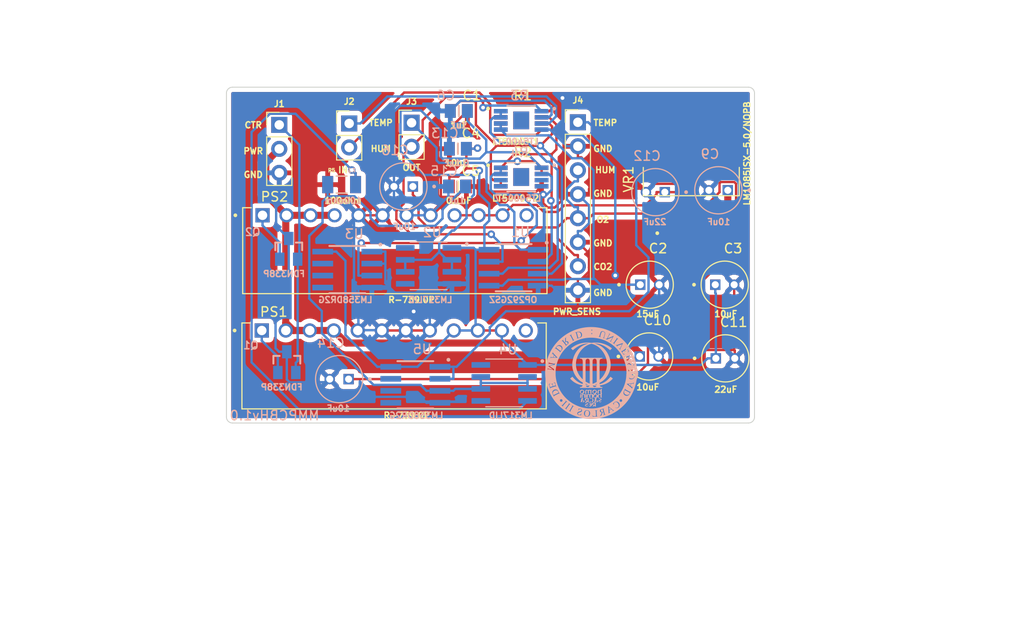
<source format=kicad_pcb>
(kicad_pcb (version 20211014) (generator pcbnew)
  (title_block (title "PCB Acondicionamiento Sensores Hojas") (date "2023-06-11") (company "UC3M"))
  (layers (0 "F.Cu" signal) (31 "B.Cu" signal) (34 "B.Paste" user) (35 "F.Paste" user) (36 "B.SilkS" user "B.Silkscreen") (37 "F.SilkS" user "F.Silkscreen") (38 "B.Mask" user) (39 "F.Mask" user) (44 "Edge.Cuts" user))
  (net 0 "")
  (net 1 "AUX+_TEMPERATURE")
  (net 2 "GND")
  (net 3 "AUX+_HUMIDITY")
  (net 4 "9V")
  (net 5 "0.25V")
  (net 6 "IN_TEMPERATURE")
  (net 7 "IN_HUMIDITY")
  (net 8 "OUT_TEMPERATURE")
  (net 9 "OUT_HUMIDITY")
  (net 10 "Net-(R1-Pad1)")
  (net 11 "Net-(R1-Pad3)")
  (net 12 "AUX-_TEMPERATURE")
  (net 13 "AUX-_HUMIDITY")
  (net 18 "Net-(R4-Pad7)")
  (net 19 "Net-(C6-Pad1)")
  (net 20 "PWR")
  (net 21 "Net-(C12-PadP)")
  (net 22 "Net-(C15-Pad1)")
  (net 23 "CTR")
  (net 24 "PWR_TEMP")
  (net 25 "Net-(PS1-Pad1)")
  (net 27 "Net-(PS2-Pad1)")
  (net 29 "Net-(R5-Pad2)")
  (net 37 "PWR_CO2")
  (footprint "CL21B103KBANNNC:CAPC2012X140N" (layer "F.Cu") (at 130 73)
    (fp_text reference "C1")
    (fp_text value "CL21B103KBANNNC")
  )
  (footprint "EEUFC1H150:CAPPRD200W50D500H1100" (layer "F.Cu") (at 150.1375 99)
    (fp_text reference "C10")
    (fp_text value "EEUFC1H150")
  )
  (footprint "EEUFC1H150:CAPPRD200W50D500H1100" (layer "F.Cu") (at 158.2 99.2)
    (fp_text reference "C11")
    (fp_text value "EEUFC1H150")
  )
  (footprint "EEUFC1H150:CAPPRD200W50D500H1100" (layer "F.Cu") (at 158.1375 91.4)
    (fp_text reference "C3")
    (fp_text value "EEUFC1H150")
  )
  (footprint "Connector_PinHeader_2.54mm:PinHeader_1x02_P2.54mm_Vertical" (layer "F.Cu") (at 125 74.25)
    (fp_text reference "J3")
    (fp_text value "Conn_01x02" hide)
  )
  (footprint "Connector_PinHeader_2.54mm:PinHeader_1x03_P2.54mm_Vertical" (layer "F.Cu") (at 111 74.475)
    (fp_text reference "J1")
    (fp_text value "Conn_01x03" hide)
  )
  (footprint "LT5400BCMS8E-6_PBF:SOP65P490X110-9N" (layer "F.Cu") (at 136.6 74)
    (fp_text reference "R1")
    (fp_text value "LT5400BCMS8E-6#PBF")
  )
  (footprint "Connector_PinHeader_2.54mm:PinHeader_1x02_P2.54mm_Vertical" (layer "F.Cu") (at 118.4 74.325)
    (fp_text reference "J2")
    (fp_text value "Conn_01x02" hide)
  )
  (footprint "CL21B103KBANNNC:CAPC2012X140N" (layer "F.Cu") (at 129.9 77)
    (fp_text reference "C4")
    (fp_text value "CL21B103KBANNNC")
  )
  (footprint "RG3216P-1000-B-T1:RESC3216X50N" (layer "F.Cu") (at 117.6 80.8)
    (fp_text reference "R5")
    (fp_text value "RG3216P-1000-B-T1")
  )
  (footprint "Connector_PinHeader_2.54mm:PinHeader_1x08_P2.54mm_Vertical" (layer "F.Cu") (at 142.6 74.2)
    (fp_text reference "J4")
    (fp_text value "Conn_01x08" hide)
  )
  (footprint "CL21B103KBANNNC:CAPC2012X140N" (layer "F.Cu") (at 129.9 81)
    (fp_text reference "C5")
    (fp_text value "CL21B103KBANNNC")
  )
  (footprint "LM1085ISX-5.0_NOPB:TO254P1435X464-4N" (layer "F.Cu") (at 154.6 79.4 90)
    (fp_text reference "VR1")
    (fp_text value "LM1085ISX-5.0/NOPB")
  )
  (footprint "LT5400BCMS8E-6_PBF:SOP65P490X110-9N" (layer "F.Cu") (at 136.6 80)
    (fp_text reference "R2")
    (fp_text value "LT5400BCMS8E-6#PBF")
  )
  (footprint "EEUFC1H150:CAPPRD200W50D500H1100" (layer "F.Cu") (at 150.2 91.4)
    (fp_text reference "C2")
    (fp_text value "EEUFC1H150")
  )
  (footprint "R-739.0P:CONV_R-739.0P" (layer "F.Cu") (at 123.2 87.8)
    (fp_text reference "PS2")
    (fp_text value "R-739.0P")
  )
  (footprint "R-739.0P:CONV_R-739.0P" (layer "F.Cu") (at 123.12 100)
    (fp_text reference "PS1")
    (fp_text value "R-739.0P")
  )
  (footprint "LM317LID:SOIC127P599X175-8N" (layer "B.Cu") (at 134.8 101.8 180)
    (fp_text reference "U4")
    (fp_text value "LM317LID")
  )
  (footprint "CL21B103KBANNNC:CAPC2012X140N" (layer "B.Cu") (at 129.9 77 180)
    (fp_text reference "C13")
    (fp_text value "CL21B103KBANNNC")
  )
  (footprint "LM358DR2G:SOIC127P600X175-8N" (layer "B.Cu") (at 135.8 89.6 180)
    (fp_text reference "U1")
    (fp_text value "OP292GSZ-REEL")
  )
  (footprint "LT5400BCMS8E-6_PBF:SOP65P490X110-9N" (layer "B.Cu") (at 136.6 74 180)
    (fp_text reference "R3")
    (fp_text value "LT5400BCMS8E-6#PBF")
  )
  (footprint "LM358DR2G:SOIC127P600X175-8N" (layer "B.Cu") (at 118.2 89.8 180)
    (fp_text reference "U3")
    (fp_text value "LM358DR2G")
  )
  (footprint "EEUFC1H150:CAPPRD200W50D500H1100" (layer "B.Cu") (at 117.3375 101.4 180)
    (fp_text reference "C14")
    (fp_text value "EEUFC1H150")
  )
  (footprint "EEUFC1H150:CAPPRD200W50D500H1100" (layer "B.Cu") (at 150.8 81.6 180)
    (fp_text reference "C12")
    (fp_text value "EEUFC1H150")
  )
  (footprint "Logo:Logo2" (layer "B.Cu") (at 144 100.75 180)
    (fp_text reference "G")
    (fp_text value "L" hide)
  )
  (footprint "FDN338P:SSOT-3" (layer "B.Cu") (at 112 87.6 180)
    (fp_text reference "Q2")
    (fp_text value "FDN338P")
  )
  (footprint "FDN338P:SSOT-3" (layer "B.Cu") (at 111.8 99.6 180)
    (fp_text reference "Q1")
    (fp_text value "FDN338P")
  )
  (footprint "LM317LID:SOIC127P599X175-8N" (layer "B.Cu") (at 126.8 89.4 180)
    (fp_text reference "U2")
    (fp_text value "LM317LID")
  )
  (footprint "RG3216P-1000-B-T1:RESC3216X50N" (layer "B.Cu") (at 117.6 80.8 180)
    (fp_text reference "R6")
    (fp_text value "RG3216P-1000-B-T1")
  )
  (footprint "EEUFC1H150:CAPPRD200W50D500H1100" (layer "B.Cu") (at 124.1375 81 180)
    (fp_text reference "C16")
    (fp_text value "EEUFC1H150")
  )
  (footprint "CL21B103KBANNNC:CAPC2012X140N" (layer "B.Cu") (at 129.8 81 180)
    (fp_text reference "C15")
    (fp_text value "CL21B103KBANNNC")
  )
  (footprint "LT5400BCMS8E-6_PBF:SOP65P490X110-9N" (layer "B.Cu") (at 136.6 80 180)
    (fp_text reference "R4")
    (fp_text value "LT5400BCMS8E-6#PBF")
  )
  (footprint "LM358DR2G:SOIC127P600X175-8N" (layer "B.Cu") (at 125.4 102 180)
    (fp_text reference "U5")
    (fp_text value "LM358DR2G")
  )
  (footprint "CL21B103KBANNNC:CAPC2012X140N" (layer "B.Cu") (at 130 73 180)
    (fp_text reference "C6")
    (fp_text value "CL21B103KBANNNC")
  )
  (footprint "EEUFC1H150:CAPPRD200W50D500H1100" (layer "B.Cu") (at 157.4625 81.4 180)
    (fp_text reference "C9")
    (fp_text value "EEUFC1H150")
  )
  (gr_arc (start 105.41 71.12) (mid 105.595987 70.670987) (end 106.045 70.485) (layer "Edge.Cuts") (width 0.1))
  (gr_line (start 106.045 106.045) (end 160.655 106.045) (layer "Edge.Cuts") (width 0.1))
  (gr_arc (start 160.655 70.485) (mid 161.104013 70.670987) (end 161.29 71.12) (layer "Edge.Cuts") (width 0.1))
  (gr_line (start 106.045 70.485) (end 160.655 70.485) (layer "Edge.Cuts") (width 0.1))
  (gr_line (start 161.29 105.41) (end 161.29 71.12) (layer "Edge.Cuts") (width 0.1))
  (gr_arc (start 161.29 105.41) (mid 161.104013 105.859013) (end 160.655 106.045) (layer "Edge.Cuts") (width 0.1))
  (gr_arc (start 106.045 106.045) (mid 105.595987 105.859013) (end 105.41 105.41) (layer "Edge.Cuts") (width 0.1))
  (gr_line (start 105.41 71.12) (end 105.41 105.41) (layer "Edge.Cuts") (width 0.1))
  (gr_text "10uF" (at 157.5 84.75) (layer "B.SilkS") (effects (font (size 0.65 0.65)) (justify mirror)))
  (gr_text "100ohm" (at 117.75 82.5) (layer "B.SilkS") (effects (font (size 0.65 0.65)) (justify mirror)))
  (gr_text "FDN338P" (at 111.5 90.25) (layer "B.SilkS") (effects (font (size 0.65 0.65)) (justify mirror)))
  (gr_text "OP292GSZ" (at 135.75 93) (layer "B.SilkS") (effects (font (size 0.65 0.65)) (justify mirror)))
  (gr_text "1uF" (at 130 74.5) (layer "B.SilkS") (effects (font (size 0.65 0.65)) (justify mirror)))
  (gr_text "10uF" (at 117.25 104.5) (layer "B.SilkS") (effects (font (size 0.65 0.65)) (justify mirror)))
  (gr_text "0.1uF" (at 129.75 78.5) (layer "B.SilkS") (effects (font (size 0.65 0.65)) (justify mirror)))
  (gr_text "1uF" (at 129.75 82.5) (layer "B.SilkS") (effects (font (size 0.65 0.65)) (justify mirror)))
  (gr_text "LT5400-7" (at 136 76.25) (layer "B.SilkS") (effects (font (size 0.65 0.65)) (justify mirror)))
  (gr_text "FDN338P" (at 111.25 102.25) (layer "B.SilkS") (effects (font (size 0.65 0.65)) (justify mirror)))
  (gr_text "22uF" (at 150.75 84.75) (layer "B.SilkS") (effects (font (size 0.65 0.65)) (justify mirror)))
  (gr_text "MMPCBHv1.0" (at 110.5 105.25) (layer "B.SilkS") (effects (font (size 1 1)) (justify mirror)))
  (gr_text "LM358DR2G" (at 118 93) (layer "B.SilkS") (effects (font (size 0.65 0.65)) (justify mirror)))
  (gr_text "LT5400-7" (at 136.25 82.25) (layer "B.SilkS") (effects (font (size 0.65 0.65)) (justify mirror)))
  (gr_text "LM317LID" (at 135.5 105.25) (layer "B.SilkS") (effects (font (size 0.65 0.65)) (justify mirror)))
  (gr_text "10uF" (at 124.25 85.25) (layer "B.SilkS") (effects (font (size 0.65 0.65)) (justify mirror)))
  (gr_text "LM358DR2G" (at 125.5 105.25) (layer "B.SilkS") (effects (font (size 0.65 0.65)) (justify mirror)))
  (gr_text "LM317LID" (at 127 93) (layer "B.SilkS") (effects (font (size 0.65 0.65)) (justify mirror)))
  (gr_text "10nF" (at 129.75 78.5) (layer "F.SilkS") (effects (font (size 0.65 0.65))))
  (gr_text "HUM" (at 121.75 77) (layer "F.SilkS") (effects (font (size 0.65 0.65))))
  (gr_text "22uF" (at 158.25 102.5) (layer "F.SilkS") (effects (font (size 0.65 0.65))))
  (gr_text "100ohm" (at 117.75 82.5) (layer "F.SilkS") (effects (font (size 0.65 0.65))))
  (gr_text "CTR" (at 108.25 74.5) (layer "F.SilkS") (effects (font (size 0.65 0.65))))
  (gr_text "CO2" (at 145.25 89.5) (layer "F.SilkS") (effects (font (size 0.65 0.65))))
  (gr_text "PWR_SENS" (at 142.5 94.25) (layer "F.SilkS") (effects (font (size 0.65 0.65))))
  (gr_text "LT5400-2" (at 136 82.25) (layer "F.SilkS") (effects (font (size 0.65 0.65))))
  (gr_text "1uF" (at 130 74.5) (layer "F.SilkS") (effects (font (size 0.65 0.65))))
  (gr_text "0.1uF" (at 130 82.5) (layer "F.SilkS") (effects (font (size 0.65 0.65))))
  (gr_text "10uF" (at 150 102.25) (layer "F.SilkS") (effects (font (size 0.65 0.65))))
  (gr_text "TEMP" (at 145.5 74.25) (layer "F.SilkS") (effects (font (size 0.65 0.65))))
  (gr_text "LM1085ISX-5.0/NOPB" (at 160.5 77.5 90) (layer "F.SilkS") (effects (font (size 0.65 0.65))))
  (gr_text "OUT" (at 125 79) (layer "F.SilkS") (effects (font (size 0.65 0.65))))
  (gr_text "HUM\n" (at 145.5 79.25) (layer "F.SilkS") (effects (font (size 0.65 0.65))))
  (gr_text "R-739.0P" (at 125 93) (layer "F.SilkS") (effects (font (size 0.65 0.65))))
  (gr_text "GND" (at 145.25 87) (layer "F.SilkS") (effects (font (size 0.65 0.65))))
  (gr_text "GND" (at 145.25 92.25) (layer "F.SilkS") (effects (font (size 0.65 0.65))))
  (gr_text "10uF" (at 158.25 94.5) (layer "F.SilkS") (effects (font (size 0.65 0.65))))
  (gr_text "15uF" (at 150 94.5) (layer "F.SilkS") (effects (font (size 0.65 0.65))))
  (gr_text "PWR" (at 108.25 77.25) (layer "F.SilkS") (effects (font (size 0.65 0.65))))
  (gr_text "R-739.0P" (at 124.5 105.25) (layer "F.SilkS") (effects (font (size 0.65 0.65))))
  (gr_text "TEMP" (at 121.75 74.25) (layer "F.SilkS") (effects (font (size 0.65 0.65))))
  (gr_text "O2\n" (at 145.25 84.5) (layer "F.SilkS") (effects (font (size 0.65 0.65))))
  (gr_text "IN" (at 117.75 79.25) (layer "F.SilkS") (effects (font (size 0.65 0.65))))
  (gr_text "GND" (at 145.25 77) (layer "F.SilkS") (effects (font (size 0.65 0.65))))
  (gr_text "LT5400-1" (at 136 76.25) (layer "F.SilkS") (effects (font (size 0.65 0.65))))
  (gr_text "GND" (at 108.25 79.75) (layer "F.SilkS") (effects (font (size 0.65 0.65))))
  (gr_text "GND" (at 145.25 81.75) (layer "F.SilkS") (effects (font (size 0.65 0.65))))
  (segment (start 131.671289 71.950489) (end 131.8083 72.0875) (width 0.25) (layer "F.Cu") (net 1))
  (segment (start 134.44 80.975) (end 134.44 80.325) (width 0.25) (layer "F.Cu") (net 1))
  (segment (start 139.8675 74.6456) (end 139.8675 75.4375) (width 0.25) (layer "F.Cu") (net 1))
  (segment (start 133.6397 80.325) (end 134.44 80.325) (width 0.25) (layer "F.Cu") (net 1))
  (segment (start 138.76 74.325) (end 139.5469 74.325) (width 0.25) (layer "F.Cu") (net 1))
  (segment (start 133.3895 77.3023) (end 133.3895 80.0748) (width 0.25) (layer "F.Cu") (net 1))
  (segment (start 129.1 73) (end 130.149511 71.950489) (width 0.25) (layer "F.Cu") (net 1))
  (segment (start 134.0084 76.6834) (end 133.3895 77.3023) (width 0.25) (layer "F.Cu") (net 1))
  (segment (start 131.8083 74.4833) (end 134.0084 76.6834) (width 0.25) (layer "F.Cu") (net 1))
  (segment (start 134.0084 76.6834) (end 138.6216 76.6834) (width 0.25) (layer "F.Cu") (net 1))
  (segment (start 131.8083 72.0875) (end 131.8083 74.4833) (width 0.25) (layer "F.Cu") (net 1))
  (segment (start 133.3895 80.0748) (end 133.6397 80.325) (width 0.25) (layer "F.Cu") (net 1))
  (segment (start 139.8675 75.4375) (end 138.6265 76.6785) (width 0.25) (layer "F.Cu") (net 1))
  (segment (start 138.6216 76.6834) (end 138.6265 76.6785) (width 0.25) (layer "F.Cu") (net 1))
  (segment (start 139.5469 74.325) (end 139.8675 74.6456) (width 0.25) (layer "F.Cu") (net 1))
  (segment (start 130.149511 71.950489) (end 131.671289 71.950489) (width 0.25) (layer "F.Cu") (net 1))
  (via (at 138.6265 76.6785) (size 0.8) (drill 0.4) (layers "F.Cu" "B.Cu") (net 1))
  (segment (start 138.4 90.235) (end 139.8253 90.235) (width 0.25) (layer "B.Cu") (net 1))
  (segment (start 140.9159 78.9679) (end 138.6265 76.6785) (width 0.25) (layer "B.Cu") (net 1))
  (segment (start 139.8253 90.235) (end 140.9159 89.1444) (width 0.25) (layer "B.Cu") (net 1))
  (segment (start 140.9159 89.1444) (end 140.9159 78.9679) (width 0.25) (layer "B.Cu") (net 1))
  (segment (start 149.7968 89.5735) (end 149.7968 89.9968) (width 0.25) (layer "F.Cu") (net 2))
  (segment (start 143.7753 81.2671) (end 143.8205 81.2219) (width 0.25) (layer "F.Cu") (net 2))
  (segment (start 143.7753 81.82) (end 143.7753 81.2671) (width 0.25) (layer "F.Cu") (net 2))
  (segment (start 129 77) (end 128.0997 77) (width 0.25) (layer "F.Cu") (net 2))
  (segment (start 119.39 84.05) (end 121.93 84.05) (width 0.25) (layer "F.Cu") (net 2))
  (segment (start 143.8205 81.2219) (end 149.4219 81.2219) (width 0.25) (layer "F.Cu") (net 2))
  (segment (start 152.06 85.59) (end 152.06 87.3103) (width 0.25) (layer "F.Cu") (net 2))
  (segment (start 128.0996 82.1013) (end 128.0997 82.1013) (width 0.25) (layer "F.Cu") (net 2))
  (segment (start 138.76 80.975) (end 138.76 80.325) (width 0.25) (layer "F.Cu") (net 2))
  (segment (start 149.7968 89.9968) (end 151.2 91.4) (width 0.25) (layer "F.Cu") (net 2))
  (segment (start 138.9367 82.7683) (end 139.3989 83.2305) (width 0.25) (layer "F.Cu") (net 2))
  (segment (start 138.9367 81.8525) (end 138.9367 82.7683) (width 0.25) (layer "F.Cu") (net 2))
  (segment (start 127.01 84.05) (end 128.0996 82.9604) (width 0.25) (layer "F.Cu") (net 2))
  (segment (start 132.2408 81.5405) (end 138.1945 81.5405) (width 0.25) (layer "F.Cu") (net 2))
  (segment (start 116.125 80.8) (end 117.0303 80.8) (width 0.25) (layer "F.Cu") (net 2))
  (segment (start 142.6 90.8047) (end 142.9673 90.8047) (width 0.25) (layer "F.Cu") (net 2))
  (segment (start 150.681 80.719) (end 155.7815 80.719) (width 0.25) (layer "F.Cu") (net 2))
  (segment (start 128.0996 82.9604) (end 128.0996 82.1013) (width 0.25) (layer "F.Cu") (net 2))
  (segment (start 142.6 91.98) (end 142.6 90.8047) (width 0.25) (layer "F.Cu") (net 2))
  (segment (start 152.06 87.3103) (end 149.7968 89.5735) (width 0.25) (layer "F.Cu") (net 2))
  (segment (start 159.2 99.2) (end 159.2 98.3784) (width 0.25) (layer "F.Cu") (net 2))
  (segment (start 131.7003 81) (end 132.2408 81.5405) (width 0.25) (layer "F.Cu") (net 2))
  (segment (start 128.0997 82.1013) (end 128.0997 77) (width 0.25) (layer "F.Cu") (net 2))
  (segment (start 119.39 84.05) (end 119.39 83.1597) (width 0.25) (layer "F.Cu") (net 2))
  (segment (start 143.7754 89.5735) (end 149.7968 89.5735) (width 0.25) (layer "F.Cu") (net 2))
  (segment (start 142.6 76.74) (end 142.6 77.9153) (width 0.25) (layer "F.Cu") (net 2))
  (segment (start 149.4219 81.2219) (end 149.8 81.6) (width 0.25) (layer "F.Cu") (net 2))
  (segment (start 143.7754 89.9966) (end 143.7754 89.5735) (width 0.25) (layer "F.Cu") (net 2))
  (segment (start 142.9673 77.9153) (end 142.6 77.9153) (width 0.25) (layer "F.Cu") (net 2))
  (segment (start 142.6 81.82) (end 143.7753 81.82) (width 0.25) (layer "F.Cu") (net 2))
  (segment (start 138.4096 81.3254) (end 138.9367 81.8525) (width 0.25) (layer "F.Cu") (net 2))
  (segment (start 151.8216 98.3159) (end 151.1375 99) (width 0.25) (layer "F.Cu") (net 2))
  (segment (start 130.8 81) (end 131.7003 81) (width 0.25) (layer "F.Cu") (net 2))
  (segment (start 141.4247 81.9543) (end 141.4247 81.82) (width 0.25) (layer "F.Cu") (net 2))
  (segment (start 124.39 96.25) (end 121.85 96.25) (width 0.25) (layer "F.Cu") (net 2))
  (segment (start 111 79.555) (end 112.1753 79.555) (width 0.25) (layer "F.Cu") (net 2))
  (segment (start 142.9673 90.8047) (end 143.7754 89.9966) (width 0.25) (layer "F.Cu") (net 2))
  (segment (start 143.7754 88.0754) (end 142.6 86.9) (width 0.25) (layer "F.Cu") (net 2))
  (segment (start 130.9 73) (end 129 74.9) (width 0.25) (layer "F.Cu") (net 2))
  (segment (start 113.4203 80.8) (end 116.125 80.8) (width 0.25) (layer "F.Cu") (net 2))
  (segment (start 159.1375 98.3159) (end 151.8216 98.3159) (width 0.25) (layer "F.Cu") (net 2))
  (segment (start 128.0997 82.1013) (end 129.6987 82.1013) (width 0.25) (layer "F.Cu") (net 2))
  (segment (start 142.6 81.82) (end 141.4247 81.82) (width 0.25) (layer "F.Cu") (net 2))
  (segment (start 143.7754 89.5735) (end 143.7754 88.0754) (width 0.25) (layer "F.Cu") (net 2))
  (segment (start 138.1945 81.5405) (end 138.4096 81.3254) (width 0.25) (layer "F.Cu") (net 2))
  (segment (start 129 74.9) (end 129 77) (width 0.25) (layer "F.Cu") (net 2))
  (segment (start 159.1375 91.4) (end 159.1375 98.3159) (width 0.25) (layer "F.Cu") (net 2))
  (segment (start 139.3989 83.2305) (end 140.1485 83.2305) (width 0.25) (layer "F.Cu") (net 2))
  (segment (start 138.4096 81.3254) (end 138.76 80.975) (width 0.25) (layer "F.Cu") (net 2))
  (segment (start 112.1753 79.555) (end 113.4203 80.8) (width 0.25) (layer "F.Cu") (net 2))
  (segment (start 159.2 98.3784) (end 159.1375 98.3159) (width 0.25) (layer "F.Cu") (net 2))
  (segment (start 143.8205 78.7685) (end 142.9673 77.9153) (width 0.25) (layer "F.Cu") (net 2))
  (segment (start 129.6987 82.1013) (end 130.8 81) (width 0.25) (layer "F.Cu") (net 2))
  (segment (start 149.8 81.6) (end 150.681 80.719) (width 0.25) (layer "F.Cu") (net 2))
  (segment (start 124.39 96.25) (end 126.93 96.25) (width 0.25) (layer "F.Cu") (net 2))
  (segment (start 155.7815 80.719) (end 156.4625 81.4) (width 0.25) (layer "F.Cu") (net 2))
  (segment (start 119.39 83.1597) (end 117.0303 80.8) (width 0.25) (layer "F.Cu") (net 2))
  (segment (start 143.8205 81.2219) (end 143.8205 78.7685) (width 0.25) (layer "F.Cu") (net 2))
  (segment (start 140.1485 83.2305) (end 141.4247 81.9543) (width 0.25) (layer "F.Cu") (net 2))
  (via (at 138.9367 81.8525) (size 0.8) (drill 0.4) (layers "F.Cu" "B.Cu") (net 2))
  (segment (start 110.608 92.8079) (end 112 91.4159) (width 0.25) (layer "B.Cu") (net 2))
  (segment (start 139.5236 79.675) (end 139.8419 79.9933) (width 0.25) (layer "B.Cu") (net 2))
  (segment (start 126.93 96.25) (end 126.93 93.645) (width 0.25) (layer "B.Cu") (net 2))
  (segment (start 112.0906 101.7254) (end 111.8 101.4348) (width 0.25) (layer "B.Cu") (net 2))
  (segment (start 138.76 73.675) (end 139.5294 73.675) (width 0.25) (layer "B.Cu") (net 2))
  (segment (start 139.8419 81.3314) (end 139.3208 81.8525) (width 0.25) (layer "B.Cu") (net 2))
  (segment (start 121.93 84.05) (end 123.1375 82.8425) (width 0.25) (layer "B.Cu") (net 2))
  (segment (start 121.8176 96.2176) (end 121.85 96.25) (width 0.25) (layer "B.Cu") (net 2))
  (segment (start 143.7831 83.0031) (end 143.7831 84.8872) (width 0.25) (layer "B.Cu") (net 2))
  (segment (start 139.3208 81.8525) (end 138.9367 81.8525) (width 0.25) (layer "B.Cu") (net 2))
  (segment (start 129.1 73) (end 128.1997 73) (width 0.25) (layer "B.Cu") (net 2))
  (segment (start 119.31 96.25) (end 119.3424 96.2176) (width 0.25) (layer "B.Cu") (net 2))
  (segment (start 129 77) (end 129 75.9497) (width 0.25) (layer "B.Cu") (net 2))
  (segment (start 129.1 73.5251) (end 129.1 73) (width 0.25) (layer "B.Cu") (net 2))
  (segment (start 110.6703 85.1703) (end 112 86.5) (width 0.25) (layer "B.Cu") (net 2))
  (segment (start 125.9494 103.2797) (end 126.5747 103.905) (width 0.25) (layer "B.Cu") (net 2))
  (segment (start 123.1375 82.8425) (end 123.1375 81) (width 0.25) (layer "B.Cu") (net 2))
  (segment (start 128.9 81.5251) (end 128.9 81) (width 0.25) (layer "B.Cu") (net 2))
  (segment (start 119.3424 96.2176) (end 119.3747 96.2176) (width 0.25) (layer "B.Cu") (net 2))
  (segment (start 142.9456 85.7247) (end 142.6 85.7247) (width 0.25) (layer "B.Cu") (net 2))
  (segment (start 127.01 84.05) (end 127.01 83.9403) (width 0.25) (layer "B.Cu") (net 2))
  (segment (start 141.4247 76.74) (end 139.6597 74.975) (width 0.25) (layer "B.Cu") (net 2))
  (segment (start 127.6492 72.4495) (end 128.1997 73) (width 0.25) (layer "B.Cu") (net 2))
  (segment (start 123.7842 72.4495) (end 127.6492 72.4495) (width 0.25) (layer "B.Cu") (net 2))
  (segment (start 118.2172 103.2797) (end 125.9494 103.2797) (width 0.25) (layer "B.Cu") (net 2))
  (segment (start 129.1 75.8497) (end 129.1 74.0503) (width 0.25) (layer "B.Cu") (net 2))
  (segment (start 139.8419 79.9933) (end 139.8419 81.3314) (width 0.25) (layer "B.Cu") (net 2))
  (segment (start 139.8105 73.3939) (end 139.8105 72.6549) (width 0.25) (layer "B.Cu") (net 2))
  (segment (start 118.9107 84.5293) (end 118.9107 91.241) (width 0.25) (layer "B.Cu") (net 2))
  (segment (start 116.0121 101.7254) (end 112.0906 101.7254) (width 0.25) (layer "B.Cu") (net 2))
  (segment (start 138.4 91.505) (end 139.8253 91.505) (width 0.25) (layer "B.Cu") (net 2))
  (segment (start 129 75.9497) (end 129.1 75.8497) (width 0.25) (layer "B.Cu") (net 2))
  (segment (start 110.9747 98.5) (end 110.608 98.1333) (width 0.25) (layer "B.Cu") (net 2))
  (segment (start 119.3747 96.2176) (end 121.8176 96.2176) (width 0.25) (layer "B.Cu") (net 2))
  (segment (start 123.1375 73.0962) (end 123.7842 72.4495) (width 0.25) (layer "B.Cu") (net 2))
  (segment (start 126.93 93.645) (end 129.27 91.305) (width 0.25) (layer "B.Cu") (net 2))
  (segment (start 123.1375 81) (end 123.1375 73.0962) (width 0.25) (layer "B.Cu") (net 2))
  (segment (start 111 79.555) (end 111 80.7303) (width 0.25) (layer "B.Cu") (net 2))
  (segment (start 129.1 73.5251) (end 129.1 74.0503) (width 0.25) (layer "B.Cu") (net 2))
  (segment (start 124.345 84.05) (end 123.1375 82.8425) (width 0.25) (layer "B.Cu") (net 2))
  (segment (start 151.2 91.4) (end 151.2 98.9375) (width 0.25) (layer "B.Cu") (net 2))
  (segment (start 143.7831 84.8872) (end 142.9456 85.7247) (width 0.25) (layer "B.Cu") (net 2))
  (segment (start 139.6597 74.975) (end 138.76 74.975) (width 0.25) (layer "B.Cu") (net 2))
  (segment (start 116.3375 101.4) (end 116.0121 101.7254) (width 0.25) (layer "B.Cu") (net 2))
  (segment (start 151.2 98.9375) (end 151.1375 99) (width 0.25) (layer "B.Cu") (net 2))
  (segment (start 111.8 98.5) (end 110.9747 98.5) (width 0.25) (layer "B.Cu") (net 2))
  (segment (start 119.39 84.05) (end 118.9107 84.5293) (width 0.25) (layer "B.Cu") (net 2))
  (segment (start 124.47 84.05) (end 124.345 84.05) (width 0.25) (layer "B.Cu") (net 2))
  (segment (start 111 80.7303) (end 110.6703 81.06) (width 0.25) (layer "B.Cu") (net 2))
  (segment (start 139.0732 71.9176) (end 130.1824 71.9176) (width 0.25) (layer "B.Cu") (net 2))
  (segment (start 139.8105 72.6549) (end 139.0732 71.9176) (width 0.25) (layer "B.Cu") (net 2))
  (segment (start 127.01 84.05) (end 124.47 84.05) (width 0.25) (layer "B.Cu") (net 2))
  (segment (start 139.5294 73.675) (end 139.8105 73.3939) (width 0.25) (layer "B.Cu") (net 2))
  (segment (start 142.6 86.9) (end 142.6 85.7247) (width 0.25) (layer "B.Cu") (net 2))
  (segment (start 142.6 76.74) (end 141.4247 76.74) (width 0.25) (layer "B.Cu") (net 2))
  (segment (start 119.3747 96.2176) (end 119.3747 91.705) (width 0.25) (layer "B.Cu") (net 2))
  (segment (start 120.8 91.705) (end 119.3747 91.705) (width 0.25) (layer "B.Cu") (net 2))
  (segment (start 142.6 81.82) (end 143.7831 83.0031) (width 0.25) (layer "B.Cu") (net 2))
  (segment (start 128 103.905) (end 126.5747 103.905) (width 0.25) (layer "B.Cu") (net 2))
  (segment (start 110.608 98.1333) (end 110.608 92.8079) (width 0.25) (layer "B.Cu") (net 2))
  (segment (start 128.9 81.5251) (end 128.9 82.0503) (width 0.25) (layer "B.Cu") (net 2))
  (segment (start 127.01 83.9403) (end 128.9 82.0503) (width 0.25) (layer "B.Cu") (net 2))
  (segment (start 140.3003 91.98) (end 139.8253 91.505) (width 0.25) (layer "B.Cu") (net 2))
  (segment (start 118.9107 91.241) (end 119.3747 91.705) (width 0.25) (layer "B.Cu") (net 2))
  (segment (start 116.3375 101.4) (end 118.2172 103.2797) (width 0.25) (layer "B.Cu") (net 2))
  (segment (start 111.8 101.4348) (end 111.8 98.5) (width 0.25) (layer "B.Cu") (net 2))
  (segment (start 130.1824 71.9176) (end 129.1 73) (width 0.25) (layer "B.Cu") (net 2))
  (segment (start 112 91.4159) (end 112 86.5) (width 0.25) (layer "B.Cu") (net 2))
  (segment (start 110.6703 81.06) (end 110.6703 85.1703) (width 0.25) (layer "B.Cu") (net 2))
  (segment (start 138.76 79.675) (end 139.5236 79.675) (width 0.25) (layer "B.Cu") (net 2))
  (segment (start 142.6 91.98) (end 140.3003 91.98) (width 0.25) (layer "B.Cu") (net 2))
  (segment (start 133.2 91.505) (end 134.6253 91.505) (width 0.25) (layer "B.Cu") (net 3))
  (segment (start 141.0814 90.8797) (end 135.2506 90.8797) (width 0.25) (layer "B.Cu") (net 3))
  (segment (start 149.2 91.4) (end 144.994 91.4) (width 0.25) (layer "B.Cu") (net 3))
  (segment (start 144.391 90.797) (end 144.2583 90.797) (width 0.25) (layer "B.Cu") (net 3))
  (segment (start 141.1641 90.797) (end 141.0814 90.8797) (width 0.25) (layer "B.Cu") (net 3))
  (segment (start 135.0525 75.5875) (end 139.5473 75.5875) (width 0.25) (layer "B.Cu") (net 3))
  (segment (start 141.9698 78.01) (end 143.0038 78.01) (width 0.25) (layer "B.Cu") (net 3))
  (segment (start 134.44 74.325) (end 134.44 74.975) (width 0.25) (layer "B.Cu") (net 3))
  (segment (start 135.2506 90.8797) (end 134.6253 91.505) (width 0.25) (layer "B.Cu") (net 3))
  (segment (start 143.0038 78.01) (end 144.2583 79.2645) (width 0.25) (layer "B.Cu") (net 3))
  (segment (start 134.44 74.975) (end 135.0525 75.5875) (width 0.25) (layer "B.Cu") (net 3))
  (segment (start 144.994 91.4) (end 144.391 90.797) (width 0.25) (layer "B.Cu") (net 3))
  (segment (start 144.2583 79.2645) (end 144.2583 90.797) (width 0.25) (layer "B.Cu") (net 3))
  (segment (start 144.2583 90.797) (end 141.1641 90.797) (width 0.25) (layer "B.Cu") (net 3))
  (segment (start 139.5473 75.5875) (end 141.9698 78.01) (width 0.25) (layer "B.Cu") (net 3))
  (segment (start 130.8 79.0898) (end 130.8 77) (width 0.25) (layer "F.Cu") (net 4))
  (segment (start 130.8 77) (end 131.9153 77) (width 0.25) (layer "F.Cu") (net 4))
  (segment (start 131.9153 77) (end 131.9781 76.9372) (width 0.25) (layer "F.Cu") (net 4))
  (segment (start 129 81) (end 129 79.9497) (width 0.25) (layer "F.Cu") (net 4))
  (segment (start 134.55 96.25) (end 132.01 96.25) (width 0.25) (layer "F.Cu") (net 4))
  (segment (start 131.9383 79.0898) (end 132.1647 79.3162) (width 0.25) (layer "F.Cu") (net 4))
  (segment (start 129.9401 79.9497) (end 130.8 79.0898) (width 0.25) (layer "F.Cu") (net 4))
  (segment (start 129 79.9497) (end 129.9401 79.9497) (width 0.25) (layer "F.Cu") (net 4))
  (segment (start 130.8 79.0898) (end 131.9383 79.0898) (width 0.25) (layer "F.Cu") (net 4))
  (via (at 131.9781 76.9372) (size 0.8) (drill 0.4) (layers "F.Cu" "B.Cu") (net 4))
  (via (at 132.1647 79.3162) (size 0.8) (drill 0.4) (layers "F.Cu" "B.Cu") (net 4))
  (segment (start 155.6297 99.895) (end 156.3247 99.2) (width 0.25) (layer "B.Cu") (net 4))
  (segment (start 131.7747 96.0147) (end 131.7747 87.695) (width 0.25) (layer "B.Cu") (net 4))
  (segment (start 132.1647 81.7852) (end 132.1647 79.3162) (width 0.25) (layer "B.Cu") (net 4))
  (segment (start 122.8 100.095) (end 121.3747 100.095) (width 0.25) (layer "B.Cu") (net 4))
  (segment (start 118.0054 88.8751) (end 117.0253 87.895) (width 0.25) (layer "B.Cu") (net 4))
  (segment (start 131.7747 96.0147) (end 131.5394 96.25) (width 0.25) (layer "B.Cu") (net 4))
  (segment (start 132.7057 85.1294) (end 133.2142 84.6209) (width 0.25) (layer "B.Cu") (net 4))
  (segment (start 131.5394 96.25) (end 129.47 96.25) (width 0.25) (layer "B.Cu") (net 4))
  (segment (start 133.2142 82.8347) (end 132.1647 81.7852) (width 0.25) (layer "B.Cu") (net 4))
  (segment (start 131.7003 77) (end 131.9153 77) (width 0.25) (layer "B.Cu") (net 4))
  (segment (start 129.27 87.495) (end 131.5747 87.495) (width 0.25) (layer "B.Cu") (net 4))
  (segment (start 121.3747 100.095) (end 118.0054 96.7257) (width 0.25) (layer "B.Cu") (net 4))
  (segment (start 133.2142 84.6209) (end 133.2142 82.8347) (width 0.25) (layer "B.Cu") (net 4))
  (segment (start 132.01 96.25) (end 131.7747 96.0147) (width 0.25) (layer "B.Cu") (net 4))
  (segment (start 157.2 99.2) (end 156.3247 99.2) (width 0.25) (layer "B.Cu") (net 4))
  (segment (start 157.1375 91.4) (end 157.1375 92.2753) (width 0.25) (layer "B.Cu") (net 4))
  (segment (start 157.2 92.3378) (end 157.2 99.2) (width 0.25) (layer "B.Cu") (net 4))
  (segment (start 131.9153 77) (end 131.9781 76.9372) (width 0.25) (layer "B.Cu") (net 4))
  (segment (start 134.55 96.25) (end 134.55 97.175) (width 0.25) (layer "B.Cu") (net 4))
  (segment (start 115.6 87.895) (end 117.0253 87.895) (width 0.25) (layer "B.Cu") (net 4))
  (segment (start 125.625 100.095) (end 122.8 100.095) (width 0.25) (layer "B.Cu") (net 4))
  (segment (start 134.55 97.175) (end 137.27 99.895) (width 0.25) (layer "B.Cu") (net 4))
  (segment (start 132.7057 87.695) (end 132.7057 85.1294) (width 0.25) (layer "B.Cu") (net 4))
  (segment (start 118.0054 96.7257) (end 118.0054 88.8751) (width 0.25) (layer "B.Cu") (net 4))
  (segment (start 130.8 77) (end 131.7003 77) (width 0.25) (layer "B.Cu") (net 4))
  (segment (start 131.5747 87.495) (end 131.7747 87.695) (width 0.25) (layer "B.Cu") (net 4))
  (segment (start 137.27 99.895) (end 155.6297 99.895) (width 0.25) (layer "B.Cu") (net 4))
  (segment (start 133.2 87.695) (end 132.7057 87.695) (width 0.25) (layer "B.Cu") (net 4))
  (segment (start 129.47 96.25) (end 125.625 100.095) (width 0.25) (layer "B.Cu") (net 4))
  (segment (start 132.7057 87.695) (end 131.7747 87.695) (width 0.25) (layer "B.Cu") (net 4))
  (segment (start 157.1375 92.2753) (end 157.2 92.3378) (width 0.25) (layer "B.Cu") (net 4))
  (segment (start 139.573 73.025) (end 138.76 73.025) (width 0.25) (layer "F.Cu") (net 5))
  (segment (start 140.97 71.628) (end 139.573 73.025) (width 0.25) (layer "F.Cu") (net 5))
  (segment (start 142.748 94.234) (end 146.558 90.424) (width 0.25) (layer "F.Cu") (net 5))
  (segment (start 125.222 94.234) (end 142.748 94.234) (width 0.25) (layer "F.Cu") (net 5))
  (via (at 140.97 71.628) (size 0.8) (drill 0.4) (layers "F.Cu" "B.Cu") (net 5))
  (via (at 125.222 94.234) (size 0.8) (drill 0.4) (layers "F.Cu" "B.Cu") (net 5))
  (via (at 146.558 90.424) (size 0.8) (drill 0.4) (layers "F.Cu" "B.Cu") (net 5))
  (segment (start 122.2253 89.165) (end 122.2253 91.2373) (width 0.25) (layer "B.Cu") (net 5))
  (segment (start 140.97 74.919022) (end 140.97 71.628) (width 0.25) (layer "B.Cu") (net 5))
  (segment (start 146.558 90.424) (end 146.558 79.03699) (width 0.25) (layer "B.Cu") (net 5))
  (segment (start 122.2253 91.2373) (end 125.222 94.234) (width 0.25) (layer "B.Cu") (net 5))
  (segment (start 146.558 79.03699) (end 143.086499 75.565489) (width 0.25) (layer "B.Cu") (net 5))
  (segment (start 143.086499 75.565489) (end 141.616467 75.565489) (width 0.25) (layer "B.Cu") (net 5))
  (segment (start 120.8 87.895) (end 122.2253 87.895) (width 0.25) (layer "B.Cu") (net 5))
  (segment (start 141.616467 75.565489) (end 140.97 74.919022) (width 0.25) (layer "B.Cu") (net 5))
  (segment (start 120.8 89.165) (end 122.2253 89.165) (width 0.25) (layer "B.Cu") (net 5))
  (segment (start 122.2253 87.895) (end 122.2253 89.165) (width 0.25) (layer "B.Cu") (net 5))
  (segment (start 124.21451 71.05049) (end 132.17092 71.05049) (width 0.25) (layer "F.Cu") (net 6))
  (segment (start 133.012511 71.892081) (end 133.012511 71.979711) (width 0.25) (layer "F.Cu") (net 6))
  (segment (start 133.3176 75.2689) (end 133.5895 75.5408) (width 0.25) (layer "F.Cu") (net 6))
  (segment (start 118.4 76.865) (end 124.21451 71.05049) (width 0.25) (layer "F.Cu") (net 6))
  (segment (start 138.1942 75.5408) (end 138.76 74.975) (width 0.25) (layer "F.Cu") (net 6))
  (segment (start 133.012511 71.979711) (end 133.3176 72.2848) (width 0.25) (layer "F.Cu") (net 6))
  (segment (start 133.3176 72.2848) (end 133.3176 75.2689) (width 0.25) (layer "F.Cu") (net 6))
  (segment (start 132.17092 71.05049) (end 133.012511 71.892081) (width 0.25) (layer "F.Cu") (net 6))
  (segment (start 133.5895 75.5408) (end 138.1942 75.5408) (width 0.25) (layer "F.Cu") (net 6))
  (segment (start 122.4344 71.4659) (end 139.2743 71.4659) (width 0.25) (layer "B.Cu") (net 7))
  (segment (start 119.5753 74.325) (end 122.4344 71.4659) (width 0.25) (layer "B.Cu") (net 7))
  (segment (start 139.5454 74.325) (end 138.76 74.325) (width 0.25) (layer "B.Cu") (net 7))
  (segment (start 140.2882 73.5822) (end 139.5454 74.325) (width 0.25) (layer "B.Cu") (net 7))
  (segment (start 139.2743 71.4659) (end 140.2882 72.4798) (width 0.25) (layer "B.Cu") (net 7))
  (segment (start 140.2882 72.4798) (end 140.2882 73.5822) (width 0.25) (layer "B.Cu") (net 7))
  (segment (start 118.4 74.325) (end 119.5753 74.325) (width 0.25) (layer "B.Cu") (net 7))
  (segment (start 138.76 79.675) (end 138.76 79.025) (width 0.25) (layer "F.Cu") (net 8))
  (segment (start 138.0632 78.3282) (end 138.76 79.025) (width 0.25) (layer "F.Cu") (net 8))
  (segment (start 136.1946 78.3282) (end 138.0632 78.3282) (width 0.25) (layer "F.Cu") (net 8))
  (via (at 136.1946 78.3282) (size 0.8) (drill 0.4) (layers "F.Cu" "B.Cu") (net 8))
  (segment (start 127.650978 78.235704) (end 127.914296 78.499022) (width 0.25) (layer "B.Cu") (net 8))
  (segment (start 132.9291 81.5505) (end 132.9291 78.7785) (width 0.25) (layer "B.Cu") (net 8))
  (segment (start 138.4 87.695) (end 136.9747 87.695) (width 0.25) (layer "B.Cu") (net 8))
  (segment (start 136.9747 87.695) (end 136.5171 87.695) (width 0.25) (layer "B.Cu") (net 8))
  (segment (start 127.914296 78.499022) (end 132.649622 78.499022) (width 0.25) (layer "B.Cu") (net 8))
  (segment (start 135.1224 82.9706) (end 134.3492 82.9706) (width 0.25) (layer "B.Cu") (net 8))
  (segment (start 132.9291 78.7785) (end 133.3794 78.3282) (width 0.25) (layer "B.Cu") (net 8))
  (segment (start 135.8749 87.0528) (end 135.8749 83.7231) (width 0.25) (layer "B.Cu") (net 8))
  (segment (start 132.649622 78.499022) (end 132.9291 78.7785) (width 0.25) (layer "B.Cu") (net 8))
  (segment (start 125 74.25) (end 127.650978 76.900978) (width 0.25) (layer "B.Cu") (net 8))
  (segment (start 127.650978 76.900978) (end 127.650978 78.235704) (width 0.25) (layer "B.Cu") (net 8))
  (segment (start 134.3492 82.9706) (end 132.9291 81.5505) (width 0.25) (layer "B.Cu") (net 8))
  (segment (start 135.8749 83.7231) (end 135.1224 82.9706) (width 0.25) (layer "B.Cu") (net 8))
  (segment (start 136.5171 87.695) (end 135.8749 87.0528) (width 0.25) (layer "B.Cu") (net 8))
  (segment (start 133.3794 78.3282) (end 136.1946 78.3282) (width 0.25) (layer "B.Cu") (net 8))
  (segment (start 123.391489 83.603265) (end 123.391489 84.496735) (width 0.25) (layer "F.Cu") (net 9))
  (segment (start 125 76.79) (end 124.15 77.64) (width 0.25) (layer "F.Cu") (net 9))
  (segment (start 128.65 71.500978) (end 126.174511 73.976467) (width 0.25) (layer "F.Cu") (net 9))
  (segment (start 124.15 82.844754) (end 123.391489 83.603265) (width 0.25) (layer "F.Cu") (net 9))
  (segment (start 124.954554 86.0598) (end 133.4311 86.0598) (width 0.25) (layer "F.Cu") (net 9))
  (segment (start 126.174511 73.976467) (end 126.174511 75.615489) (width 0.25) (layer "F.Cu") (net 9))
  (segment (start 132.563 72.6457) (end 132.563 72.078274) (width 0.25) (layer "F.Cu") (net 9))
  (segment (start 123.391489 84.496735) (end 124.954554 86.0598) (width 0.25) (layer "F.Cu") (net 9))
  (segment (start 124.15 77.64) (end 124.15 82.844754) (width 0.25) (layer "F.Cu") (net 9))
  (segment (start 132.563 72.078274) (end 131.985704 71.500978) (width 0.25) (layer "F.Cu") (net 9))
  (segment (start 126.174511 75.615489) (end 125 76.79) (width 0.25) (layer "F.Cu") (net 9))
  (segment (start 131.985704 71.500978) (end 128.65 71.500978) (width 0.25) (layer "F.Cu") (net 9))
  (via (at 132.563 72.6457) (size 0.8) (drill 0.4) (layers "F.Cu" "B.Cu") (net 9))
  (via (at 133.4311 86.0598) (size 0.8) (drill 0.4) (layers "F.Cu" "B.Cu") (net 9))
  (segment (start 138.1648 72.4298) (end 132.7789 72.4298) (width 0.25) (layer "B.Cu") (net 9))
  (segment (start 133.2 88.965) (end 134.6253 88.965) (width 0.25) (layer "B.Cu") (net 9))
  (segment (start 133.4311 86.0598) (end 134.6253 87.254) (width 0.25) (layer "B.Cu") (net 9))
  (segment (start 134.6253 87.254) (end 134.6253 88.965) (width 0.25) (layer "B.Cu") (net 9))
  (segment (start 138.76 73.025) (end 138.1648 72.4298) (width 0.25) (layer "B.Cu") (net 9))
  (segment (start 132.7789 72.4298) (end 132.563 72.6457) (width 0.25) (layer "B.Cu") (net 9))
  (segment (start 134.44 73.675) (end 134.44 73.025) (width 0.25) (layer "F.Cu") (net 10))
  (segment (start 134.44 74.975) (end 134.44 74.325) (width 0.25) (layer "F.Cu") (net 11))
  (segment (start 135.883 77.582) (end 139.8215 77.582) (width 0.25) (layer "F.Cu") (net 12))
  (segment (start 139.8215 82.4225) (end 139.7403 82.5037) (width 0.25) (layer "F.Cu") (net 12))
  (segment (start 139.5568 73.675) (end 138.76 73.675) (width 0.25) (layer "F.Cu") (net 12))
  (segment (start 140.3264 74.4446) (end 139.5568 73.675) (width 0.25) (layer "F.Cu") (net 12))
  (segment (start 139.8215 77.582) (end 139.8215 82.4225) (width 0.25) (layer "F.Cu") (net 12))
  (segment (start 134.44 79.025) (end 134.44 79.675) (width 0.25) (layer "F.Cu") (net 12))
  (segment (start 139.8215 77.582) (end 140.3264 77.0771) (width 0.25) (layer "F.Cu") (net 12))
  (segment (start 140.3264 77.0771) (end 140.3264 74.4446) (width 0.25) (layer "F.Cu") (net 12))
  (segment (start 134.44 79.025) (end 135.883 77.582) (width 0.25) (layer "F.Cu") (net 12))
  (via (at 139.7403 82.5037) (size 0.8) (drill 0.4) (layers "F.Cu" "B.Cu") (net 12))
  (segment (start 139.8254 88.1374) (end 139.8254 82.5888) (width 0.25) (layer "B.Cu") (net 12))
  (segment (start 138.4 88.965) (end 138.9978 88.965) (width 0.25) (layer "B.Cu") (net 12))
  (segment (start 138.9978 88.965) (end 139.8254 88.1374) (width 0.25) (layer "B.Cu") (net 12))
  (segment (start 139.8254 82.5888) (end 139.7403 82.5037) (width 0.25) (layer "B.Cu") (net 12))
  (segment (start 135.2506 89.6097) (end 139.6288 89.6097) (width 0.25) (layer "B.Cu") (net 13))
  (segment (start 133.2 90.235) (end 134.6253 90.235) (width 0.25) (layer "B.Cu") (net 13))
  (segment (start 140.4656 79.2717) (end 139.5651 78.3712) (width 0.25) (layer "B.Cu") (net 13))
  (segment (start 134.6253 90.235) (end 135.2506 89.6097) (width 0.25) (layer "B.Cu") (net 13))
  (segment (start 134.44 73.675) (end 134.44 73.025) (width 0.25) (layer "B.Cu") (net 13))
  (segment (start 139.2933 78.3712) (end 137.3232 76.4011) (width 0.25) (layer "B.Cu") (net 13))
  (segment (start 133.6737 73.675) (end 134.44 73.675) (width 0.25) (layer "B.Cu") (net 13))
  (segment (start 139.5651 78.3712) (end 139.2933 78.3712) (width 0.25) (layer "B.Cu") (net 13))
  (segment (start 134.4278 76.4011) (end 133.3732 75.3465) (width 0.25) (layer "B.Cu") (net 13))
  (segment (start 133.3732 73.9755) (end 133.6737 73.675) (width 0.25) (layer "B.Cu") (net 13))
  (segment (start 139.6288 89.6097) (end 140.4656 88.7729) (width 0.25) (layer "B.Cu") (net 13))
  (segment (start 133.3732 75.3465) (end 133.3732 73.9755) (width 0.25) (layer "B.Cu") (net 13))
  (segment (start 137.3232 76.4011) (end 134.4278 76.4011) (width 0.25) (layer "B.Cu") (net 13))
  (segment (start 140.4656 88.7729) (end 140.4656 79.2717) (width 0.25) (layer "B.Cu") (net 13))
  (segment (start 136.3665 86.9861) (end 136.6002 86.7524) (width 0.25) (layer "F.Cu") (net 18))
  (segment (start 119.6777 86.9861) (end 136.3665 86.9861) (width 0.25) (layer "F.Cu") (net 18))
  (via (at 136.6002 86.7524) (size 0.8) (drill 0.4) (layers "F.Cu" "B.Cu") (net 18))
  (via (at 119.6777 86.9861) (size 0.8) (drill 0.4) (layers "F.Cu" "B.Cu") (net 18))
  (segment (start 136.5454 81.871) (end 133.8865 81.871) (width 0.25) (layer "B.Cu") (net 18))
  (segment (start 136.6002 86.7524) (end 138.2494 85.1032) (width 0.25) (layer "B.Cu") (net 18))
  (segment (start 119.3747 90.435) (end 119.3747 87.2891) (width 0.25) (layer "B.Cu") (net 18))
  (segment (start 133.3794 79.9769) (end 133.6813 79.675) (width 0.25) (layer "B.Cu") (net 18))
  (segment (start 133.6813 79.675) (end 134.44 79.675) (width 0.25) (layer "B.Cu") (net 18))
  (segment (start 119.3747 87.2891) (end 119.6777 86.9861) (width 0.25) (layer "B.Cu") (net 18))
  (segment (start 138.2494 85.1032) (end 138.2494 83.575) (width 0.25) (layer "B.Cu") (net 18))
  (segment (start 133.3794 81.3639) (end 133.3794 79.9769) (width 0.25) (layer "B.Cu") (net 18))
  (segment (start 120.8 90.435) (end 119.3747 90.435) (width 0.25) (layer "B.Cu") (net 18))
  (segment (start 134.44 79.675) (end 134.44 79.025) (width 0.25) (layer "B.Cu") (net 18))
  (segment (start 133.8865 81.871) (end 133.3794 81.3639) (width 0.25) (layer "B.Cu") (net 18))
  (segment (start 138.2494 83.575) (end 136.5454 81.871) (width 0.25) (layer "B.Cu") (net 18))
  (segment (start 129.3006 85.6593) (end 127.9201 87.0398) (width 0.25) (layer "B.Cu") (net 19))
  (segment (start 123.825489 73.045111) (end 123.825489 77.276499) (width 0.25) (layer "B.Cu") (net 19))
  (segment (start 127.0994 88.765) (end 127.9201 87.9443) (width 0.25) (layer "B.Cu") (net 19))
  (segment (start 125.9976 72.9496) (end 123.921 72.9496) (width 0.25) (layer "B.Cu") (net 19))
  (segment (start 128.281011 78.049511) (end 128.100489 77.868989) (width 0.25) (layer "B.Cu") (net 19))
  (segment (start 132.9 77.376) (end 132.226489 78.049511) (width 0.25) (layer "B.Cu") (net 19))
  (segment (start 130.82 84.3373) (end 129.498 85.6593) (width 0.25) (layer "B.Cu") (net 19))
  (segment (start 131.6004 80.0337) (end 131.6004 81.8681) (width 0.25) (layer "B.Cu") (net 19))
  (segment (start 132.9 77.376) (end 132.9 76.0503) (width 0.25) (layer "B.Cu") (net 19))
  (segment (start 123.825489 77.276499) (end 126.32679 79.7778) (width 0.25) (layer "B.Cu") (net 19))
  (segment (start 129.27 90.035) (end 129.27 88.765) (width 0.25) (layer "B.Cu") (net 19))
  (segment (start 124.33 88.765) (end 124.33 90.035) (width 0.25) (layer "B.Cu") (net 19))
  (segment (start 132.226489 78.049511) (end 128.281011 78.049511) (width 0.25) (layer "B.Cu") (net 19))
  (segment (start 138.76 79.025) (end 137.111 77.376) (width 0.25) (layer "B.Cu") (net 19))
  (segment (start 132.9 76.0503) (end 130.9 74.0503) (width 0.25) (layer "B.Cu") (net 19))
  (segment (start 130.9 73) (end 130.9 74.0503) (width 0.25) (layer "B.Cu") (net 19))
  (segment (start 127.9201 87.0398) (end 127.9201 87.9443) (width 0.25) (layer "B.Cu") (net 19))
  (segment (start 124.33 88.765) (end 127.0994 88.765) (width 0.25) (layer "B.Cu") (net 19))
  (segment (start 127.9201 87.9443) (end 128.7408 88.765) (width 0.25) (layer "B.Cu") (net 19))
  (segment (start 128.100489 77.868989) (end 128.100489 75.052489) (width 0.25) (layer "B.Cu") (net 19))
  (segment (start 137.111 77.376) (end 132.9 77.376) (width 0.25) (layer "B.Cu") (net 19))
  (segment (start 130.82 82.6485) (end 130.82 84.3373) (width 0.25) (layer "B.Cu") (net 19))
  (segment (start 128.7408 88.765) (end 129.27 88.765) (width 0.25) (layer "B.Cu") (net 19))
  (segment (start 131.6004 81.8681) (end 130.82 82.6485) (width 0.25) (layer "B.Cu") (net 19))
  (segment (start 131.3445 79.7778) (end 131.6004 80.0337) (width 0.25) (layer "B.Cu") (net 19))
  (segment (start 129.498 85.6593) (end 129.3006 85.6593) (width 0.25) (layer "B.Cu") (net 19))
  (segment (start 126.32679 79.7778) (end 131.3445 79.7778) (width 0.25) (layer "B.Cu") (net 19))
  (segment (start 128.100489 75.052489) (end 125.9976 72.9496) (width 0.25) (layer "B.Cu") (net 19))
  (segment (start 123.921 72.9496) (end 123.825489 73.045111) (width 0.25) (layer "B.Cu") (net 19))
  (segment (start 113.45 84.05) (end 114.31 84.05) (width 0.75) (layer "F.Cu") (net 20))
  (segment (start 149.1375 98.6375) (end 149.1375 99) (width 0.75) (layer "F.Cu") (net 20))
  (segment (start 110.735 83.015) (end 111.77 84.05) (width 0.75) (layer "F.Cu") (net 20))
  (segment (start 148.078511 97.578511) (end 149.1375 98.6375) (width 0.75) (layer "F.Cu") (net 20))
  (segment (start 114.15 96.17) (end 114.23 96.25) (width 0.25) (layer "F.Cu") (net 20))
  (segment (start 113.45 84.05) (end 116.85 84.05) (width 0.75) (layer "F.Cu") (net 20))
  (segment (start 111.77 84.05) (end 113.45 84.05) (width 0.75) (layer "F.Cu") (net 20))
  (segment (start 113 96.25) (end 116.77 96.25) (width 0.75) (layer "F.Cu") (net 20))
  (segment (start 111 77.015) (end 109.575489 78.439511) (width 0.75) (layer "F.Cu") (net 20))
  (segment (start 113 96.25) (end 114.23 96.25) (width 0.75) (layer "F.Cu") (net 20))
  (segment (start 118.098511 97.578511) (end 148.078511 97.578511) (width 0.75) (layer "F.Cu") (net 20))
  (segment (start 158.4625 87.194522) (end 158.4625 81.4) (width 0.75) (layer "F.Cu") (net 20))
  (segment (start 112.5 96.25) (end 113 96.25) (width 0.75) (layer "F.Cu") (net 20))
  (segment (start 109.575489 78.439511) (end 109.575489 81.855489) (width 0.75) (layer "F.Cu") (net 20))
  (segment (start 111.69 84.13) (end 111.77 84.05) (width 0.25) (layer "F.Cu") (net 20))
  (segment (start 116.77 96.25) (end 118.098511 97.578511) (width 0.75) (layer "F.Cu") (net 20))
  (segment (start 110.735 83.015) (end 111.69 83.97) (width 0.75) (layer "F.Cu") (net 20))
  (segment (start 111.69 95.44) (end 112.5 96.25) (width 0.75) (layer "F.Cu") (net 20))
  (segment (start 109.575489 81.855489) (end 110.735 83.015) (width 0.75) (layer "F.Cu") (net 20))
  (segment (start 111.77 96.17) (end 111.69 96.25) (width 0.25) (layer "F.Cu") (net 20))
  (segment (start 111.69 95.44) (end 111.69 96.25) (width 0.75) (layer "F.Cu") (net 20))
  (segment (start 111.69 83.97) (end 111.69 95.44) (width 0.75) (layer "F.Cu") (net 20))
  (segment (start 148.078511 97.578511) (end 158.4625 87.194522) (width 0.75) (layer "F.Cu") (net 20))
  (segment (start 156.2302 82.9599) (end 154.8703 81.6) (width 0.25) (layer "F.Cu") (net 21))
  (segment (start 157.14 85.59) (end 157.14 83.8697) (width 0.25) (layer "F.Cu") (net 21))
  (segment (start 156.2302 82.9599) (end 157.5871 81.603) (width 0.25) (layer "F.Cu") (net 21))
  (segment (start 157.5871 80.6594) (end 157.7219 80.5246) (width 0.25) (layer "F.Cu") (net 21))
  (segment (start 157.7219 80.5246) (end 159.1472 80.5246) (width 0.25) (layer "F.Cu") (net 21))
  (segment (start 159.3379 87.4518) (end 150.0129 96.7768) (width 0.25) (layer "F.Cu") (net 21))
  (segment (start 135.7297 82.9503) (end 138.2419 82.9503) (width 0.25) (layer "F.Cu") (net 21))
  (segment (start 151.8 81.6) (end 150.9247 81.6) (width 0.25) (layer "F.Cu") (net 21))
  (segment (start 150.0129 96.7768) (end 150.0129 99.744) (width 0.25) (layer "F.Cu") (net 21))
  (segment (start 157.5871 81.603) (end 157.5871 80.6594) (width 0.25) (layer "F.Cu") (net 21))
  (segment (start 138.2419 82.9503) (end 138.9826 83.691) (width 0.25) (layer "F.Cu") (net 21))
  (segment (start 132.09 84.05) (end 129.55 84.05) (width 0.25) (layer "F.Cu") (net 21))
  (segment (start 150.9247 81.8188) (end 150.9247 81.6) (width 0.25) (layer "F.Cu") (net 21))
  (segment (start 148.3569 101.4) (end 118.3375 101.4) (width 0.25) (layer "F.Cu") (net 21))
  (segment (start 134.63 84.05) (end 132.09 84.05) (width 0.25) (layer "F.Cu") (net 21))
  (segment (start 149.7481 82.9954) (end 150.9247 81.8188) (width 0.25) (layer "F.Cu") (net 21))
  (segment (start 134.63 84.05) (end 135.7297 82.9503) (width 0.25) (layer "F.Cu") (net 21))
  (segment (start 159.1472 80.5246) (end 159.3379 80.7153) (width 0.25) (layer "F.Cu") (net 21))
  (segment (start 150.0129 99.744) (end 148.3569 101.4) (width 0.25) (layer "F.Cu") (net 21))
  (segment (start 154.8703 81.6) (end 151.8 81.6) (width 0.25) (layer "F.Cu") (net 21))
  (segment (start 141.1549 82.9954) (end 149.7481 82.9954) (width 0.25) (layer "F.Cu") (net 21))
  (segment (start 140.4593 83.691) (end 141.1549 82.9954) (width 0.25) (layer "F.Cu") (net 21))
  (segment (start 157.14 83.8697) (end 156.2302 82.9599) (width 0.25) (layer "F.Cu") (net 21))
  (segment (start 138.9826 83.691) (end 140.4593 83.691) (width 0.25) (layer "F.Cu") (net 21))
  (segment (start 159.3379 80.7153) (end 159.3379 87.4518) (width 0.25) (layer "F.Cu") (net 21))
  (segment (start 125.9494 102.0097) (end 126.5747 102.635) (width 0.25) (layer "B.Cu") (net 22))
  (segment (start 115.5 96.5334) (end 120.9763 102.0097) (width 0.25) (layer "B.Cu") (net 22))
  (segment (start 129.6253 102.435) (end 132.33 102.435) (width 0.25) (layer "B.Cu") (net 22))
  (segment (start 118.9552 82.0353) (end 116.125 82.0353) (width 0.25) (layer "B.Cu") (net 22))
  (segment (start 129.4253 102.635) (end 129.6253 102.435) (width 0.25) (layer "B.Cu") (net 22))
  (segment (start 128.28 83.42) (end 128.28 84.3839) (width 0.25) (layer "B.Cu") (net 22))
  (segment (start 128 102.635) (end 129.4253 102.635) (width 0.25) (layer "B.Cu") (net 22))
  (segment (start 114.1746 92.8658) (end 115.5 94.1912) (width 0.25) (layer "B.Cu") (net 22))
  (segment (start 128 102.635) (end 126.5747 102.635) (width 0.25) (layer "B.Cu") (net 22))
  (segment (start 127.4943 85.1696) (end 121.4938 85.1696) (width 0.25) (layer "B.Cu") (net 22))
  (segment (start 116.125 80.8) (end 116.125 82.0353) (width 0.25) (layer "B.Cu") (net 22))
  (segment (start 115.58 84.8177) (end 114.1746 86.2231) (width 0.25) (layer "B.Cu") (net 22))
  (segment (start 116.125 82.0353) (end 115.58 82.5803) (width 0.25) (layer "B.Cu") (net 22))
  (segment (start 120.66 84.3358) (end 120.66 83.7401) (width 0.25) (layer "B.Cu") (net 22))
  (segment (start 120.66 83.7401) (end 118.9552 82.0353) (width 0.25) (layer "B.Cu") (net 22))
  (segment (start 120.9763 102.0097) (end 125.9494 102.0097) (width 0.25) (layer "B.Cu") (net 22))
  (segment (start 115.5 94.1912) (end 115.5 96.5334) (width 0.25) (layer "B.Cu") (net 22))
  (segment (start 130.7 81) (end 128.28 83.42) (width 0.25) (layer "B.Cu") (net 22))
  (segment (start 132.33 101.8) (end 137.27 101.8) (width 0.25) (layer "B.Cu") (net 22))
  (segment (start 115.58 82.5803) (end 115.58 84.8177) (width 0.25) (layer "B.Cu") (net 22))
  (segment (start 128.28 84.3839) (end 127.4943 85.1696) (width 0.25) (layer "B.Cu") (net 22))
  (segment (start 114.1746 86.2231) (end 114.1746 92.8658) (width 0.25) (layer "B.Cu") (net 22))
  (segment (start 137.27 102.435) (end 137.27 101.8) (width 0.25) (layer "B.Cu") (net 22))
  (segment (start 132.33 101.8) (end 132.33 101.165) (width 0.25) (layer "B.Cu") (net 22))
  (segment (start 137.27 101.8) (end 137.27 101.165) (width 0.25) (layer "B.Cu") (net 22))
  (segment (start 121.4938 85.1696) (end 120.66 84.3358) (width 0.25) (layer "B.Cu") (net 22))
  (segment (start 132.33 102.435) (end 132.33 101.8) (width 0.25) (layer "B.Cu") (net 22))
  (segment (start 112.75 100.7) (end 112.75 99.6747) (width 0.25) (layer "B.Cu") (net 23))
  (segment (start 113.124021 88.525979) (end 112.95 88.7) (width 0.25) (layer "B.Cu") (net 23))
  (segment (start 112.75 99.6747) (end 112.95 99.4747) (width 0.25) (layer "B.Cu") (net 23))
  (segment (start 112.95 99.4747) (end 112.95 88.7) (width 0.25) (layer "B.Cu") (net 23))
  (segment (start 111 74.475) (end 113.124021 76.599021) (width 0.25) (layer "B.Cu") (net 23))
  (segment (start 113.124021 76.599021) (end 113.124021 88.525979) (width 0.25) (layer "B.Cu") (net 23))
  (segment (start 148.0237 94.2105) (end 134.9969 94.2105) (width 0.25) (layer "B.Cu") (net 24))
  (segment (start 150.0754 88.5123) (end 150.0754 92.1588) (width 0.25) (layer "B.Cu") (net 24))
  (segment (start 142.6 74.2) (end 143.7 74.2) (width 0.25) (layer "B.Cu") (net 24))
  (segment (start 148.7752 87.2121) (end 150.0754 88.5123) (width 0.25) (layer "B.Cu") (net 24))
  (segment (start 128.7127 100.095) (end 129.4253 100.095) (width 0.25) (layer "B.Cu") (net 24))
  (segment (start 128 101.365) (end 129.4253 101.365) (width 0.25) (layer "B.Cu") (net 24))
  (segment (start 129.7608 100.095) (end 129.4253 100.095) (width 0.25) (layer "B.Cu") (net 24))
  (segment (start 134.9969 94.2105) (end 133.28 95.9274) (width 0.25) (layer "B.Cu") (net 24))
  (segment (start 129.4253 100.095) (end 129.4253 101.365) (width 0.25) (layer "B.Cu") (net 24))
  (segment (start 143.7 74.2) (end 148.7752 79.2752) (width 0.25) (layer "B.Cu") (net 24))
  (segment (start 150.0754 92.1588) (end 148.0237 94.2105) (width 0.25) (layer "B.Cu") (net 24))
  (segment (start 133.28 96.5758) (end 129.7608 100.095) (width 0.25) (layer "B.Cu") (net 24))
  (segment (start 148.7752 79.2752) (end 148.7752 87.2121) (width 0.25) (layer "B.Cu") (net 24))
  (segment (start 128 100.095) (end 128.7127 100.095) (width 0.25) (layer "B.Cu") (net 24))
  (segment (start 133.28 95.9274) (end 133.28 96.5758) (width 0.25) (layer "B.Cu") (net 24))
  (segment (start 110.85 99.0293) (end 110.85 100.7) (width 0.25) (layer "B.Cu") (net 25))
  (segment (start 109.15 97.3293) (end 110.85 99.0293) (width 0.25) (layer "B.Cu") (net 25))
  (segment (start 109.15 96.25) (end 109.15 97.3293) (width 0.25) (layer "B.Cu") (net 25))
  (segment (start 109.23 84.05) (end 109.23 85.1293) (width 0.25) (layer "B.Cu") (net 27))
  (segment (start 111.05 86.9493) (end 111.05 88.7) (width 0.25) (layer "B.Cu") (net 27))
  (segment (start 109.23 85.1293) (end 111.05 86.9493) (width 0.25) (layer "B.Cu") (net 27))
  (segment (start 118.9857 79.5647) (end 118.6735 79.2525) (width 0.25) (layer "F.Cu") (net 29))
  (segment (start 119.075 80.8) (end 119.075 79.5647) (width 0.25) (layer "F.Cu") (net 29))
  (segment (start 119.075 79.5647) (end 118.9857 79.5647) (width 0.25) (layer "F.Cu") (net 29))
  (via (at 118.6735 79.2525) (size 0.8) (drill 0.4) (layers "F.Cu" "B.Cu") (net 29))
  (segment (start 113.0237 104.5732) (end 108.0706 99.6201) (width 0.25) (layer "B.Cu") (net 29))
  (segment (start 137.27 103.705) (end 136.4018 104.5732) (width 0.25) (layer "B.Cu") (net 29))
  (segment (start 118.6735 79.2525) (end 118.9857 79.5647) (width 0.25) (layer "B.Cu") (net 29))
  (segment (start 108.0706 99.6201) (end 108.0706 75.2346) (width 0.25) (layer "B.Cu") (net 29))
  (segment (start 110.0056 73.2996) (end 112.7206 73.2996) (width 0.25) (layer "B.Cu") (net 29))
  (segment (start 108.0706 75.2346) (end 110.0056 73.2996) (width 0.25) (layer "B.Cu") (net 29))
  (segment (start 136.4018 104.5732) (end 113.0237 104.5732) (width 0.25) (layer "B.Cu") (net 29))
  (segment (start 119.075 80.8) (end 119.075 79.5647) (width 0.25) (layer "B.Cu") (net 29))
  (segment (start 112.7206 73.2996) (end 118.6735 79.2525) (width 0.25) (layer "B.Cu") (net 29))
  (segment (start 118.9857 79.5647) (end 119.075 79.5647) (width 0.25) (layer "B.Cu") (net 29))
  (segment (start 154.6 85.59) (end 154.6 83.8697) (width 0.25) (layer "F.Cu") (net 37))
  (segment (start 142.6 84.36) (end 143.7753 84.36) (width 0.25) (layer "F.Cu") (net 37))
  (segment (start 142.6 88.2647) (end 142.2327 88.2647) (width 0.25) (layer "F.Cu") (net 37))
  (segment (start 143.7753 84.36) (end 144.2656 83.8697) (width 0.25) (layer "F.Cu") (net 37))
  (segment (start 125.74 82.4778) (end 125.1375 81.8753) (width 0.25) (layer "F.Cu") (net 37))
  (segment (start 126.7237 85.3345) (end 125.74 84.3508) (width 0.25) (layer "F.Cu") (net 37))
  (segment (start 125.1375 81) (end 125.1375 81.8753) (width 0.25) (layer "F.Cu") (net 37))
  (segment (start 140.4502 85.3345) (end 126.7237 85.3345) (width 0.25) (layer "F.Cu") (net 37))
  (segment (start 140.4502 85.3345) (end 141.4247 84.36) (width 0.25) (layer "F.Cu") (net 37))
  (segment (start 142.2327 88.2647) (end 140.4502 86.4822) (width 0.25) (layer "F.Cu") (net 37))
  (segment (start 142.6 84.36) (end 141.4247 84.36) (width 0.25) (layer "F.Cu") (net 37))
  (segment (start 140.4502 86.4822) (end 140.4502 85.3345) (width 0.25) (layer "F.Cu") (net 37))
  (segment (start 142.6 89.44) (end 142.6 88.2647) (width 0.25) (layer "F.Cu") (net 37))
  (segment (start 144.2656 83.8697) (end 154.6 83.8697) (width 0.25) (layer "F.Cu") (net 37))
  (segment (start 125.74 84.3508) (end 125.74 82.4778) (width 0.25) (layer "F.Cu") (net 37))
  (segment (start 142.2326 80.4553) (end 142.6 80.4553) (width 0.25) (layer "B.Cu") (net 37))
  (segment (start 141.4247 82.3767) (end 141.4247 81.2632) (width 0.25) (layer "B.Cu") (net 37))
  (segment (start 142.6 83.1847) (end 142.2327 83.1847) (width 0.25) (layer "B.Cu") (net 37))
  (segment (start 142.6 79.28) (end 142.6 80.4553) (width 0.25) (layer "B.Cu") (net 37))
  (segment (start 142.2327 83.1847) (end 141.4247 82.3767) (width 0.25) (layer "B.Cu") (net 37))
  (segment (start 142.6 84.36) (end 142.6 83.1847) (width 0.25) (layer "B.Cu") (net 37))
  (segment (start 141.4247 81.2632) (end 142.2326 80.4553) (width 0.25) (layer "B.Cu") (net 37))
  (zone (net 2) (net_name "GND") (layer "F.Cu") (connect_pads (clearance 0.508)) (min_thickness 0.254) (fill yes (thermal_gap 0.508) (thermal_bridge_width 0.508))
    (polygon (pts (xy 170.75 67) (xy 174 116) (xy 97.5 116.75) (xy 99.75 66.5)))
  )
  (zone (net 2) (net_name "GND") (layer "B.Cu") (connect_pads (clearance 0.508)) (min_thickness 0.254) (fill yes (thermal_gap 0.508) (thermal_bridge_width 0.508))
    (polygon (pts (xy 178 63) (xy 176.75 127.25) (xy 85.25 121.75) (xy 89.25 61.25)))
  )
)
</source>
